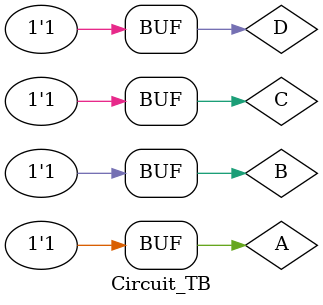
<source format=v>
`timescale 1ns / 1ps

module Circuit_TB;
    reg A, B, C, D;
    wire F1, F2;

    
    main uut (
        .A(A),
        .B(B),
        .C(C),
        .D(D),
        .F1(F1),
        .F2(F2)
    );

    
    initial begin
        
        A = 0; B = 0; C = 0; D = 0;
        #500;

       
        A = 0; B = 0; C = 0; D = 0;
        #500;

      
        A = 1; B = 1; C = 0; D = 0;
        #500;

      
        A = 0; B = 0; C = 1; D = 0;
        #500;

        
        A = 0; B = 1; C = 0; D = 0;
        #500;
        A = 1; B = 1; C = 1; D = 1;
        #500;

    end
  
endmodule

</source>
